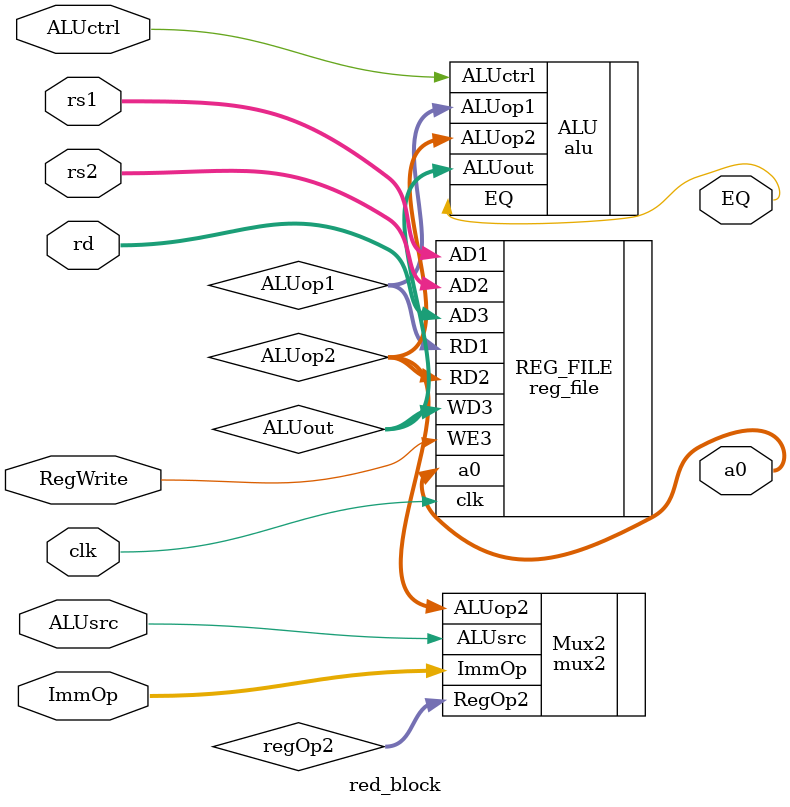
<source format=sv>
module red_block #(  
    parameter   A_WIDTH = 32,
                D_WIDTH = 32
)(
    input logic                     clk,            //MAIN INPUT CLK
    input logic     [4:0]           rs1,            //instr mem       rs1
    input logic     [4:0]           rs2,            //instr mem       rs2
    input logic     [4:0]           rd,             //instr mem       rd
    input logic                     ALUsrc,         //control unit    ALUsrc
    input logic                     ALUctrl,        //control unit    ALUctrl
    input logic     [D_WIDTH-1:0]   ImmOp,          //PCreg           Immop
    input logic                     RegWrite,       //control unit    RegWrite
    output logic                    EQ,             //control unit    EQ
    output logic    [D_WIDTH-1:0]   a0              //MAIN OUTPUT
); 

//connectiong wires
logic     [D_WIDTH-1:0]   ALUop1;        //RD1 to ALUop1
logic     [D_WIDTH-1:0]   regOp2;        //RD2 to mux2
logic     [D_WIDTH-1:0]   ALUop2;        //mux2 to ALUop2
logic     [D_WIDTH-1:0]   ALUout;        //ALUsum to WD3

alu ALU(
    .ALUctrl    (ALUctrl),
    .ALUop1     (ALUop1),
    .ALUop2     (ALUop2),
    .ALUout     (ALUout),
    .EQ         (EQ)
); 

mux2 Mux2 (
    .RegOp2     (regOp2),
    .ImmOp      (ImmOp),
    .ALUsrc     (ALUsrc),
    .ALUop2     (ALUop2)
); 

reg_file REG_FILE(
    .clk    (clk),
    .AD1    (rs1),
    .AD2    (rs2),
    .AD3    (rd),
    .WE3    (RegWrite),
    .WD3    (ALUout),
    .RD1    (ALUop1),
    .RD2    (ALUop2),
    .a0     (a0)
); 

endmodule

</source>
